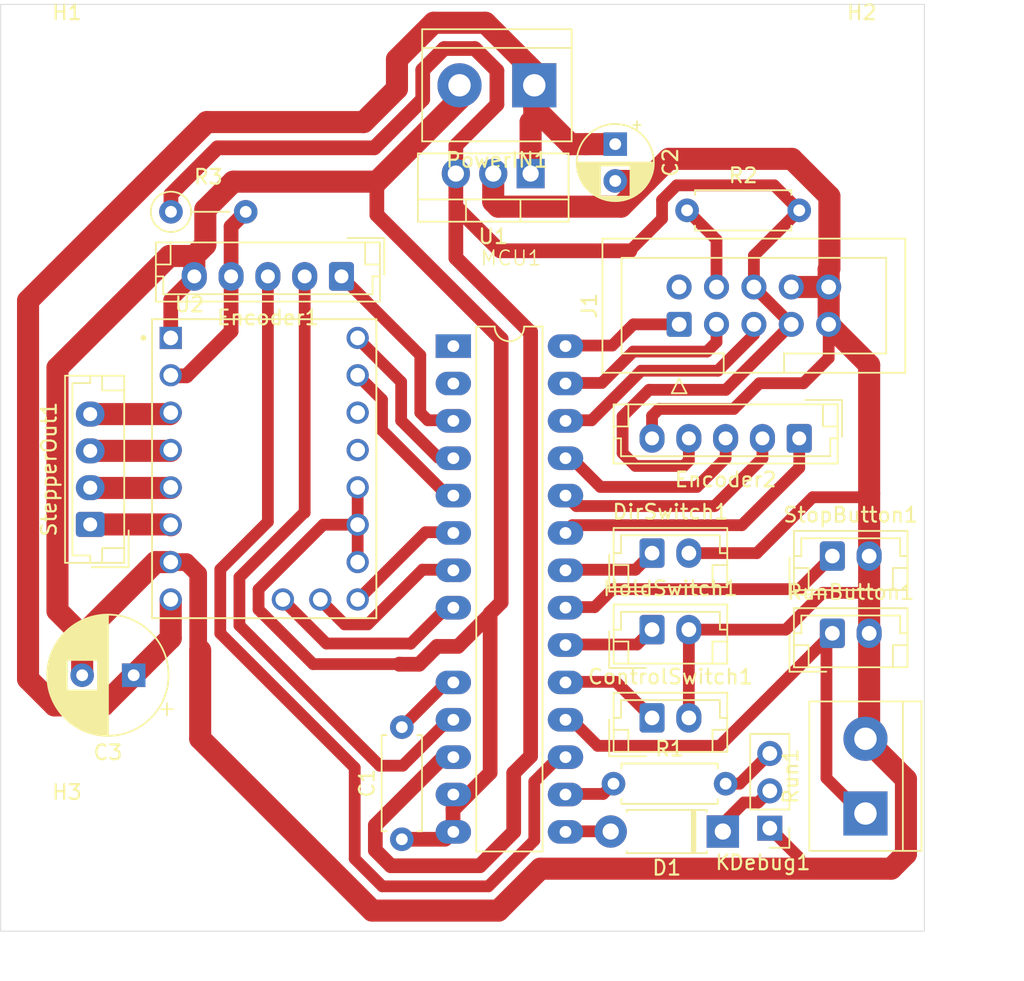
<source format=kicad_pcb>
(kicad_pcb (version 20240108) (generator "pcbnew") (generator_version "8.0")
  (layers (0 "F.Cu" signal) (31 "B.Cu" signal) (34 "B.Paste" user) (35 "F.Paste" user) (36 "B.SilkS" user "B.Silkscreen") (37 "F.SilkS" user "F.Silkscreen") (38 "B.Mask" user) (39 "F.Mask" user) (44 "Edge.Cuts" user))
  (net 0 "")
  (net 1 "GND")
  (net 2 "Net-(MCU1-UCap)")
  (net 3 "+24V")
  (net 4 "control-mode-switch")
  (net 5 "CW_CCW_Switch")
  (net 6 "/TX")
  (net 7 "Net-(D1-A)")
  (net 8 "/RX")
  (net 9 "Encoder_button1")
  (net 10 "Encoder_DT1")
  (net 11 "Encoder_CLK1")
  (net 12 "+5C")
  (net 13 "Encoder_button2")
  (net 14 "+5V")
  (net 15 "Encoder_DT2")
  (net 16 "Encoder_CLK2")
  (net 17 "HOLD_FREE_SWITCH")
  (net 18 "RS_CS")
  (net 19 "Net-(J1-Pin_4)")
  (net 20 "E_SCLK")
  (net 22 "RW_SID")
  (net 23 "Net-(MCU1-D+{slash}TxD{slash}P3.1)")
  (net 24 "Run_Button")
  (net 25 "INDEX")
  (net 26 "STOP_Button")
  (net 27 "STEP")
  (net 29 "EN")
  (net 30 "DIAG")
  (net 31 "DIR")
  (net 32 "Net-(StepperOut1-Pin_4)")
  (net 33 "Net-(StepperOut1-Pin_3)")
  (net 34 "Net-(StepperOut1-Pin_1)")
  (net 35 "Net-(StepperOut1-Pin_2)")
  (footprint "Diode_THT:D_DO-41_SOD81_P7.62mm_Horizontal" (layer "F.Cu") (at 141.56 112.475 180)
    (property "Reference" "D1" (at 3.81 -2.47 0) (layer "F.SilkS"))
    (property "Value" "1N5817")
    (fp_text user "K" (at 0 -2.1 0) (layer "F.SilkS"))
    (pad "1" thru_hole rect (at 0 0 180) (size 2.2 2.2) (drill 1.1) (layers "*.Cu" "*.Mask") (net 6 "/TX"))
    (pad "2" thru_hole oval (at 7.62 0 180) (size 2.2 2.2) (drill 1.1) (layers "*.Cu" "*.Mask") (net 7 "Net-(D1-A)"))
  )
  (footprint "Connector_JST:JST_EH_B2B-EH-A_1x02_P2.50mm_Vertical" (layer "F.Cu") (at 149 93.75)
    (property "Reference" "StopButton1" (at 1.25 -2.8 0) (layer "F.SilkS"))
    (property "Value" "JST2P")
    (pad "1" thru_hole roundrect (at 0 0) (size 1.7 2) (drill 1) (layers "*.Cu" "*.Mask") (roundrect_rratio 0.147059) (net 26 "STOP_Button"))
    (pad "2" thru_hole oval (at 2.5 0) (size 1.7 2) (drill 1) (layers "*.Cu" "*.Mask") (net 1 "GND"))
  )
  (footprint "Resistor_THT:R_Axial_DIN0207_L6.3mm_D2.5mm_P7.62mm_Horizontal" (layer "F.Cu") (at 119.75 113 90)
    (property "Reference" "C1" (at 3.81 -2.37 90) (layer "F.SilkS"))
    (property "Value" "10nf")
    (pad "1" thru_hole circle (at 0 0 90) (size 1.6 1.6) (drill 0.8) (layers "*.Cu" "*.Mask") (net 1 "GND"))
    (pad "2" thru_hole oval (at 7.62 0 90) (size 1.6 1.6) (drill 0.8) (layers "*.Cu" "*.Mask") (net 2 "Net-(MCU1-UCap)"))
  )
  (footprint "Package_TO_SOT_THT:TO-220-3_Vertical" (layer "F.Cu") (at 128.5 67.75 180)
    (property "Reference" "U1" (at 2.54 -4.27 360) (layer "F.SilkS"))
    (property "Value" "L7805")
    (pad "1" thru_hole rect (at 0 0 180) (size 1.905 2) (drill 1.1) (layers "*.Cu" "*.Mask") (net 3 "+24V"))
    (pad "2" thru_hole oval (at 2.54 0 180) (size 1.905 2) (drill 1.1) (layers "*.Cu" "*.Mask") (net 1 "GND"))
    (pad "3" thru_hole oval (at 5.08 0 180) (size 1.905 2) (drill 1.1) (layers "*.Cu" "*.Mask") (net 14 "+5V"))
  )
  (footprint "MountingHole:MountingHole_3.2mm_M3" (layer "F.Cu") (at 97 114)
    (property "Reference" "H3" (at 0 -4.2 0) (layer "F.SilkS"))
    (property "Value" "3.3mm")
    (pad "" np_thru_hole circle (at 0 0) (size 3.2 3.2) (drill 3.2) (layers "*.Cu" "*.Mask"))
  )
  (footprint "Connector_PinHeader_2.54mm:PinHeader_1x03_P2.54mm_Vertical" (layer "F.Cu") (at 144.75 112.25 180)
    (property "Reference" "Debug1" (at 0 -2.33 0) (layer "F.SilkS"))
    (property "Value" "Pin_01x03")
    (pad "1" thru_hole rect (at 0 0 180) (size 1.7 1.7) (drill 1) (layers "*.Cu" "*.Mask") (net 1 "GND"))
    (pad "2" thru_hole oval (at 0 2.54 180) (size 1.7 1.7) (drill 1) (layers "*.Cu" "*.Mask") (net 6 "/TX"))
    (pad "3" thru_hole oval (at 0 5.08 180) (size 1.7 1.7) (drill 1) (layers "*.Cu" "*.Mask") (net 8 "/RX"))
  )
  (footprint "MountingHole:MountingHole_3.2mm_M3" (layer "F.Cu") (at 97 61)
    (property "Reference" "H1" (at 0 -4.2 0) (layer "F.SilkS"))
    (property "Value" "3.3mm")
    (pad "" np_thru_hole circle (at 0 0) (size 3.2 3.2) (drill 3.2) (layers "*.Cu" "*.Mask"))
  )
  (footprint "Connector_JST:JST_EH_B5B-EH-A_1x05_P2.50mm_Vertical" (layer "F.Cu") (at 146.75 85.75 180)
    (property "Reference" "Encoder2" (at 5 -2.8 0) (layer "F.SilkS"))
    (property "Value" "JST5P")
    (pad "1" thru_hole roundrect (at 0 0 180) (size 1.7 1.95) (drill 0.95) (layers "*.Cu" "*.Mask") (roundrect_rratio 0.147059) (net 16 "Encoder_CLK2"))
    (pad "2" thru_hole oval (at 2.5 0 180) (size 1.7 1.95) (drill 0.95) (layers "*.Cu" "*.Mask") (net 15 "Encoder_DT2"))
    (pad "3" thru_hole oval (at 5 0 180) (size 1.7 1.95) (drill 0.95) (layers "*.Cu" "*.Mask") (net 13 "Encoder_button2"))
    (pad "4" thru_hole oval (at 7.5 0 180) (size 1.7 1.95) (drill 0.95) (layers "*.Cu" "*.Mask") (net 14 "+5V"))
    (pad "5" thru_hole oval (at 10 0 180) (size 1.7 1.95) (drill 0.95) (layers "*.Cu" "*.Mask") (net 1 "GND"))
  )
  (footprint "Connector_JST:JST_EH_B2B-EH-A_1x02_P2.50mm_Vertical" (layer "F.Cu") (at 149 99)
    (property "Reference" "RunButton1" (at 1.25 -2.8 0) (layer "F.SilkS"))
    (property "Value" "JST2P")
    (pad "1" thru_hole roundrect (at 0 0) (size 1.7 2) (drill 1) (layers "*.Cu" "*.Mask") (roundrect_rratio 0.147059) (net 24 "Run_Button"))
    (pad "2" thru_hole oval (at 2.5 0) (size 1.7 2) (drill 1) (layers "*.Cu" "*.Mask") (net 1 "GND"))
  )
  (footprint "Capacitor_THT:CP_Radial_D5.0mm_P2.50mm" (layer "F.Cu") (at 134.25 65.75 -90)
    (property "Reference" "C2" (at 1.25 -3.75 90) (layer "F.SilkS"))
    (property "Value" "10uf")
    (pad "1" thru_hole rect (at 0 0 270) (size 1.6 1.6) (drill 0.8) (layers "*.Cu" "*.Mask") (net 3 "+24V"))
    (pad "2" thru_hole circle (at 2.5 0 270) (size 1.6 1.6) (drill 0.8) (layers "*.Cu" "*.Mask") (net 1 "GND"))
  )
  (footprint "Capacitor_THT:CP_Radial_D8.0mm_P3.50mm" (layer "F.Cu") (at 101.532651 101.85 180)
    (property "Reference" "C3" (at 1.75 -5.25 0) (layer "F.SilkS"))
    (property "Value" "470uf")
    (pad "1" thru_hole rect (at 0 0 180) (size 1.6 1.6) (drill 0.8) (layers "*.Cu" "*.Mask") (net 3 "+24V"))
    (pad "2" thru_hole circle (at 3.5 0 180) (size 1.6 1.6) (drill 0.8) (layers "*.Cu" "*.Mask") (net 1 "GND"))
  )
  (footprint "Connector_JST:JST_EH_B2B-EH-A_1x02_P2.50mm_Vertical" (layer "F.Cu") (at 136.75 104.75)
    (property "Reference" "ControlSwitch1" (at 1.25 -2.8 0) (layer "F.SilkS"))
    (property "Value" "JST2P")
    (pad "1" thru_hole roundrect (at 0 0) (size 1.7 2) (drill 1) (layers "*.Cu" "*.Mask") (roundrect_rratio 0.147059) (net 4 "control-mode-switch"))
    (pad "2" thru_hole oval (at 2.5 0) (size 1.7 2) (drill 1) (layers "*.Cu" "*.Mask") (net 1 "GND"))
  )
  (footprint "Resistor_THT:R_Axial_DIN0207_L6.3mm_D2.5mm_P7.62mm_Horizontal" (layer "F.Cu") (at 139.13 70.25)
    (property "Reference" "R2" (at 3.81 -2.37 0) (layer "F.SilkS"))
    (property "Value" "220")
    (pad "1" thru_hole circle (at 0 0) (size 1.6 1.6) (drill 0.8) (layers "*.Cu" "*.Mask") (net 19 "Net-(J1-Pin_4)"))
    (pad "2" thru_hole oval (at 7.62 0) (size 1.6 1.6) (drill 0.8) (layers "*.Cu" "*.Mask") (net 14 "+5V"))
  )
  (footprint "Resistor_THT:R_Axial_DIN0207_L6.3mm_D2.5mm_P5.08mm_Vertical" (layer "F.Cu") (at 104.065 70.35)
    (property "Reference" "R3" (at 2.54 -2.37 0) (layer "F.SilkS"))
    (property "Value" "Bridge")
    (pad "1" thru_hole circle (at 0 0) (size 1.6 1.6) (drill 0.8) (layers "*.Cu" "*.Mask") (net 14 "+5V"))
    (pad "2" thru_hole oval (at 5.08 0) (size 1.6 1.6) (drill 0.8) (layers "*.Cu" "*.Mask") (net 12 "+5C"))
  )
  (footprint "Connector_JST:JST_EH_B4B-EH-A_1x04_P2.50mm_Vertical" (layer "F.Cu") (at 98.58 91.6 90)
    (property "Reference" "StepperOut1" (at 3.75 -2.8 90) (layer "F.SilkS"))
    (property "Value" "JST4P")
    (pad "1" thru_hole roundrect (at 0 0 90) (size 1.7 1.95) (drill 0.95) (layers "*.Cu" "*.Mask") (roundrect_rratio 0.147059) (net 34 "Net-(StepperOut1-Pin_1)"))
    (pad "2" thru_hole oval (at 2.5 0 90) (size 1.7 1.95) (drill 0.95) (layers "*.Cu" "*.Mask") (net 35 "Net-(StepperOut1-Pin_2)"))
    (pad "3" thru_hole oval (at 5 0 90) (size 1.7 1.95) (drill 0.95) (layers "*.Cu" "*.Mask") (net 33 "Net-(StepperOut1-Pin_3)"))
    (pad "4" thru_hole oval (at 7.5 0 90) (size 1.7 1.95) (drill 0.95) (layers "*.Cu" "*.Mask") (net 32 "Net-(StepperOut1-Pin_4)"))
  )
  (footprint "Connector_IDC:IDC-Header_2x05_P2.54mm_Vertical" (layer "F.Cu") (at 138.59 78 90)
    (property "Reference" "J1" (at 1.27 -6.1 90) (layer "F.SilkS"))
    (property "Value" "Conn_02x05_Odd_Even")
    (pad "1" thru_hole roundrect (at 0 0 90) (size 1.7 1.7) (drill 1) (layers "*.Cu" "*.Mask") (roundrect_rratio 0.147059) (net 20 "E_SCLK"))
    (pad "2" thru_hole circle (at 2.54 0 90) (size 1.7 1.7) (drill 1) (layers "*.Cu" "*.Mask"))
    (pad "3" thru_hole circle (at 0 2.54 90) (size 1.7 1.7) (drill 1) (layers "*.Cu" "*.Mask") (net 22 "RW_SID"))
    (pad "4" thru_hole circle (at 2.54 2.54 90) (size 1.7 1.7) (drill 1) (layers "*.Cu" "*.Mask") (net 19 "Net-(J1-Pin_4)"))
    (pad "5" thru_hole circle (at 0 5.08 90) (size 1.7 1.7) (drill 1) (layers "*.Cu" "*.Mask") (net 18 "RS_CS"))
    (pad "6" thru_hole circle (at 2.54 5.08 90) (size 1.7 1.7) (drill 1) (layers "*.Cu" "*.Mask") (net 14 "+5V"))
    (pad "7" thru_hole circle (at 0 7.62 90) (size 1.7 1.7) (drill 1) (layers "*.Cu" "*.Mask") (net 14 "+5V"))
    (pad "8" thru_hole circle (at 2.54 7.62 90) (size 1.7 1.7) (drill 1) (layers "*.Cu" "*.Mask") (net 1 "GND"))
    (pad "9" thru_hole circle (at 0 10.16 90) (size 1.7 1.7) (drill 1) (layers "*.Cu" "*.Mask") (net 1 "GND"))
    (pad "10" thru_hole circle (at 2.54 10.16 90) (size 1.7 1.7) (drill 1) (layers "*.Cu" "*.Mask") (net 1 "GND"))
  )
  (footprint "Resistor_THT:R_Axial_DIN0207_L6.3mm_D2.5mm_P7.62mm_Horizontal" (layer "F.Cu") (at 134.13 109.225)
    (property "Reference" "R1" (at 3.81 -2.37 0) (layer "F.SilkS"))
    (property "Value" "100")
    (pad "1" thru_hole circle (at 0 0) (size 1.6 1.6) (drill 0.8) (layers "*.Cu" "*.Mask") (net 23 "Net-(MCU1-D+{slash}TxD{slash}P3.1)"))
    (pad "2" thru_hole oval (at 7.62 0) (size 1.6 1.6) (drill 0.8) (layers "*.Cu" "*.Mask") (net 8 "/RX"))
  )
  (footprint "STC8H8K64U_SKDIP28:SKDIP28" (layer "F.Cu") (at 127.06 95.99)
    (property "Reference" "MCU1" (at 0.1 -22.5 0) (layer "F.SilkS") (effects (font (thickness 0.1))))
    (property "Value" "STC8H8K64U_SKDIP28")
    (pad "1" thru_hole rect (at -3.81 -16.51) (size 2.4 1.6) (drill 0.8) (layers "*.Cu" "*.Mask"))
    (pad "2" thru_hole oval (at -3.81 -13.97) (size 2.4 1.6) (drill 0.8) (layers "*.Cu" "*.Mask"))
    (pad "3" thru_hole oval (at -3.81 -11.43) (size 2.4 1.6) (drill 0.8) (layers "*.Cu" "*.Mask") (net 11 "Encoder_CLK1"))
    (pad "4" thru_hole oval (at -3.81 -8.89) (size 2.4 1.6) (drill 0.8) (layers "*.Cu" "*.Mask") (net 31 "DIR"))
    (pad "5" thru_hole oval (at -3.81 -6.35) (size 2.4 1.6) (drill 0.8) (layers "*.Cu" "*.Mask") (net 27 "STEP"))
    (pad "6" thru_hole oval (at -3.81 -3.81) (size 2.4 1.6) (drill 0.8) (layers "*.Cu" "*.Mask") (net 29 "EN"))
    (pad "7" thru_hole oval (at -3.81 -1.27) (size 2.4 1.6) (drill 0.8) (layers "*.Cu" "*.Mask") (net 30 "DIAG"))
    (pad "8" thru_hole oval (at -3.81 1.27) (size 2.4 1.6) (drill 0.8) (layers "*.Cu" "*.Mask") (net 25 "INDEX"))
    (pad "10" thru_hole oval (at -3.81 6.35) (size 2.4 1.6) (drill 0.8) (layers "*.Cu" "*.Mask") (net 2 "Net-(MCU1-UCap)"))
    (pad "11" thru_hole oval (at -3.81 8.89) (size 2.4 1.6) (drill 0.8) (layers "*.Cu" "*.Mask") (net 10 "Encoder_DT1"))
    (pad "12" thru_hole oval (at -3.81 11.43) (size 2.4 1.6) (drill 0.8) (layers "*.Cu" "*.Mask") (net 14 "+5V"))
    (pad "13" thru_hole oval (at -3.81 13.97) (size 2.4 1.6) (drill 0.8) (layers "*.Cu" "*.Mask") (net 1 "GND"))
    (pad "14" thru_hole oval (at -3.81 16.51) (size 2.4 1.6) (drill 0.8) (layers "*.Cu" "*.Mask") (net 1 "GND"))
    (pad "15" thru_hole oval (at 3.81 16.51) (size 2.4 1.6) (drill 0.8) (layers "*.Cu" "*.Mask") (net 7 "Net-(D1-A)"))
    (pad "16" thru_hole oval (at 3.81 13.97) (size 2.4 1.6) (drill 0.8) (layers "*.Cu" "*.Mask") (net 23 "Net-(MCU1-D+{slash}TxD{slash}P3.1)"))
    (pad "17" thru_hole oval (at 3.81 11.43) (size 2.4 1.6) (drill 0.8) (layers "*.Cu" "*.Mask") (net 9 "Encoder_button1"))
    (pad "18" thru_hole oval (at 3.81 8.89) (size 2.4 1.6) (drill 0.8) (layers "*.Cu" "*.Mask") (net 24 "Run_Button"))
    (pad "19" thru_hole oval (at 3.81 6.35) (size 2.4 1.6) (drill 0.8) (layers "*.Cu" "*.Mask") (net 4 "control-mode-switch"))
    (pad "20" thru_hole oval (at 3.81 3.81) (size 2.4 1.6) (drill 0.8) (layers "*.Cu" "*.Mask") (net 17 "HOLD_FREE_SWITCH"))
    (pad "21" thru_hole oval (at 3.81 1.27) (size 2.4 1.6) (drill 0.8) (layers "*.Cu" "*.Mask") (net 26 "STOP_Button"))
    (pad "22" thru_hole oval (at 3.81 -1.27) (size 2.4 1.6) (drill 0.8) (layers "*.Cu" "*.Mask") (net 5 "CW_CCW_Switch"))
    (pad "23" thru_hole oval (at 3.81 -3.81) (size 2.4 1.6) (drill 0.8) (layers "*.Cu" "*.Mask") (net 16 "Encoder_CLK2"))
    (pad "24" thru_hole oval (at 3.81 -6.35) (size 2.4 1.6) (drill 0.8) (layers "*.Cu" "*.Mask") (net 15 "Encoder_DT2"))
    (pad "25" thru_hole oval (at 3.81 -8.89) (size 2.4 1.6) (drill 0.8) (layers "*.Cu" "*.Mask") (net 13 "Encoder_button2"))
    (pad "26" thru_hole oval (at 3.81 -11.43) (size 2.4 1.6) (drill 0.8) (layers "*.Cu" "*.Mask") (net 18 "RS_CS"))
    (pad "27" thru_hole oval (at 3.81 -13.97) (size 2.4 1.6) (drill 0.8) (layers "*.Cu" "*.Mask") (net 22 "RW_SID"))
    (pad "28" thru_hole oval (at 3.81 -16.51) (size 2.4 1.6) (drill 0.8) (layers "*.Cu" "*.Mask") (net 20 "E_SCLK"))
  )
  (footprint "TerminalBlock:TerminalBlock_bornier-2_P5.08mm" (layer "F.Cu") (at 128.75 61.75 180)
    (property "Reference" "PowerIN1" (at 2.54 -5.08 0) (layer "F.SilkS"))
    (property "Value" "Terminal")
    (pad "1" thru_hole rect (at 0 0 180) (size 3 3) (drill 1.52) (layers "*.Cu" "*.Mask") (net 3 "+24V"))
    (pad "2" thru_hole circle (at 5.08 0 180) (size 3 3) (drill 1.52) (layers "*.Cu" "*.Mask") (net 1 "GND"))
  )
  (footprint "MountingHole:MountingHole_3.2mm_M3" (layer "F.Cu") (at 151 61)
    (property "Reference" "H2" (at 0 -4.2 0) (layer "F.SilkS"))
    (property "Value" "3.3mm")
    (pad "" np_thru_hole circle (at 0 0) (size 3.2 3.2) (drill 3.2) (layers "*.Cu" "*.Mask"))
  )
  (footprint "Connector_JST:JST_EH_B2B-EH-A_1x02_P2.50mm_Vertical" (layer "F.Cu") (at 136.75 98.75)
    (property "Reference" "HoldSwitch1" (at 1.25 -2.8 0) (layer "F.SilkS"))
    (property "Value" "JST2P")
    (pad "1" thru_hole roundrect (at 0 0) (size 1.7 2) (drill 1) (layers "*.Cu" "*.Mask") (roundrect_rratio 0.147059) (net 17 "HOLD_FREE_SWITCH"))
    (pad "2" thru_hole oval (at 2.5 0) (size 1.7 2) (drill 1) (layers "*.Cu" "*.Mask") (net 1 "GND"))
  )
  (footprint "Connector_JST:JST_EH_B2B-EH-A_1x02_P2.50mm_Vertical" (layer "F.Cu") (at 136.75 93.55)
    (property "Reference" "DirSwitch1" (at 1.25 -2.8 0) (layer "F.SilkS"))
    (property "Value" "JST2P")
    (pad "1" thru_hole roundrect (at 0 0) (size 1.7 2) (drill 1) (layers "*.Cu" "*.Mask") (roundrect_rratio 0.147059) (net 5 "CW_CCW_Switch"))
    (pad "2" thru_hole oval (at 2.5 0) (size 1.7 2) (drill 1) (layers "*.Cu" "*.Mask") (net 1 "GND"))
  )
  (footprint "TMC:MODULE_TMC2209_SILENTSTEPSTICK" (layer "F.Cu") (at 110.4 87.81)
    (property "Reference" "U2" (at -5.075 -11.155 0) (layer "F.SilkS"))
    (property "Value" "TMC2209_SILENTSTEPSTICK")
    (pad "1" thru_hole rect (at -6.35 -8.89) (size 1.508 1.508) (drill 1) (layers "*.Cu" "*.Mask") (net 1 "GND"))
    (pad "2" thru_hole circle (at -6.35 -6.35) (size 1.508 1.508) (drill 1) (layers "*.Cu" "*.Mask") (net 12 "+5C"))
    (pad "3" thru_hole circle (at -6.35 -3.81) (size 1.508 1.508) (drill 1) (layers "*.Cu" "*.Mask") (net 32 "Net-(StepperOut1-Pin_4)"))
    (pad "4" thru_hole circle (at -6.35 -1.27) (size 1.508 1.508) (drill 1) (layers "*.Cu" "*.Mask") (net 33 "Net-(StepperOut1-Pin_3)"))
    (pad "5" thru_hole circle (at -6.35 1.27) (size 1.508 1.508) (drill 1) (layers "*.Cu" "*.Mask") (net 35 "Net-(StepperOut1-Pin_2)"))
    (pad "6" thru_hole circle (at -6.35 3.81) (size 1.508 1.508) (drill 1) (layers "*.Cu" "*.Mask") (net 34 "Net-(StepperOut1-Pin_1)"))
    (pad "7" thru_hole circle (at -6.35 6.35) (size 1.508 1.508) (drill 1) (layers "*.Cu" "*.Mask") (net 1 "GND"))
    (pad "8" thru_hole circle (at -6.35 8.89) (size 1.508 1.508) (drill 1) (layers "*.Cu" "*.Mask") (net 3 "+24V"))
    (pad "9" thru_hole circle (at 6.35 -8.89) (size 1.508 1.508) (drill 1) (layers "*.Cu" "*.Mask") (net 31 "DIR"))
    (pad "10" thru_hole circle (at 6.35 -6.35) (size 1.508 1.508) (drill 1) (layers "*.Cu" "*.Mask") (net 27 "STEP"))
    (pad "11" thru_hole circle (at 6.35 -3.81) (size 1.508 1.508) (drill 1) (layers "*.Cu" "*.Mask"))
    (pad "12" thru_hole circle (at 6.35 -1.27) (size 1.508 1.508) (drill 1) (layers "*.Cu" "*.Mask"))
    (pad "13" thru_hole circle (at 6.35 1.27) (size 1.508 1.508) (drill 1) (layers "*.Cu" "*.Mask") (net 1 "GND"))
    (pad "14" thru_hole circle (at 6.35 3.81) (size 1.508 1.508) (drill 1) (layers "*.Cu" "*.Mask") (net 1 "GND"))
    (pad "15" thru_hole circle (at 6.35 6.35) (size 1.508 1.508) (drill 1) (layers "*.Cu" "*.Mask") (net 1 "GND"))
    (pad "16" thru_hole circle (at 6.35 8.89) (size 1.508 1.508) (drill 1) (layers "*.Cu" "*.Mask") (net 29 "EN"))
    (pad "17" thru_hole circle (at 1.27 8.89) (size 1.508 1.508) (drill 1) (layers "*.Cu" "*.Mask") (net 25 "INDEX"))
    (pad "18" thru_hole circle (at 3.81 8.89) (size 1.508 1.508) (drill 1) (layers "*.Cu" "*.Mask") (net 30 "DIAG"))
  )
  (footprint "Connector_JST:JST_EH_B5B-EH-A_1x05_P2.50mm_Vertical" (layer "F.Cu") (at 115.65 74.74 180)
    (property "Reference" "Encoder1" (at 5 -2.8 0) (layer "F.SilkS"))
    (property "Value" "JST5P")
    (pad "1" thru_hole roundrect (at 0 0 180) (size 1.7 1.95) (drill 0.95) (layers "*.Cu" "*.Mask") (roundrect_rratio 0.147059) (net 11 "Encoder_CLK1"))
    (pad "2" thru_hole oval (at 2.5 0 180) (size 1.7 1.95) (drill 0.95) (layers "*.Cu" "*.Mask") (net 10 "Encoder_DT1"))
    (pad "3" thru_hole oval (at 5 0 180) (size 1.7 1.95) (drill 0.95) (layers "*.Cu" "*.Mask") (net 9 "Encoder_button1"))
    (pad "4" thru_hole oval (at 7.5 0 180) (size 1.7 1.95) (drill 0.95) (layers "*.Cu" "*.Mask") (net 12 "+5C"))
    (pad "5" thru_hole oval (at 10 0 180) (size 1.7 1.95) (drill 0.95) (layers "*.Cu" "*.Mask") (net 1 "GND"))
  )
  (footprint "TerminalBlock:TerminalBlock_bornier-2_P5.08mm" (layer "F.Cu") (at 151.25 111.25 90)
    (property "Reference" "Run1" (at 2.54 -5.08 90) (layer "F.SilkS"))
    (property "Value" "Terminal")
    (pad "1" thru_hole rect (at 0 0 90) (size 3 3) (drill 1.52) (layers "*.Cu" "*.Mask") (net 24 "Run_Button"))
    (pad "2" thru_hole circle (at 5.08 0 90) (size 3 3) (drill 1.52) (layers "*.Cu" "*.Mask") (net 1 "GND"))
  )
  (gr_rect (start 92.5 56.25) (end 155.25 119.25) (stroke (width 0.05)) (fill none) (layer "Edge.Cuts"))
  (segment (start 144.048478 82) (end 147.04 82) (width 0.8) (layer "F.Cu") (net 1))
  (segment (start 126.2975 70) (end 125.96 69.6625) (width 1.5) (layer "F.Cu") (net 1))
  (segment (start 121.529899 100.5) (end 121.529899 100.499999) (width 1) (layer "F.Cu") (net 1))
  (segment (start 104.05 78.96) (end 104.05 76.34) (width 1) (layer "F.Cu") (net 1))
  (segment (start 148.8 74.2) (end 148.8 69.3) (width 1.5) (layer "F.Cu") (net 1))
  (segment (start 110.016 97.38511) (end 113.72489 101.094) (width 0.8) (layer "F.Cu") (net 1))
  (segment (start 105.916 100.027079) (end 106.05 100.161079) (width 1.2) (layer "F.Cu") (net 1))
  (segment (start 154 114) (end 153 115) (width 1.5) (layer "F.Cu") (net 1))
  (segment (start 151.5 80.75) (end 148.75 78) (width 1.5) (layer "F.Cu") (net 1))
  (segment (start 151.5 105.67) (end 151 106.17) (width 0.8) (layer "F.Cu") (net 1))
  (segment (start 103.023683 94.16) (end 104.05 94.16) (width 1.5) (layer "F.Cu") (net 1))
  (segment (start 123.23 112.46) (end 123.23 111) (width 1) (layer "F.Cu") (net 1))
  (segment (start 148.75 75.46) (end 148.75 74.25) (width 1.5) (layer "F.Cu") (net 1))
  (segment (start 134.642384 70) (end 126.2975 70) (width 1.5) (layer "F.Cu") (net 1))
  (segment (start 125.75 97.645584) (end 126.5 96.895584) (width 1) (layer "F.Cu") (net 1))
  (segment (start 151.5 93.75) (end 151.5 96.25) (width 1.5) (layer "F.Cu") (net 1))
  (segment (start 105.65 73.35) (end 103.964138 73.35) (width 1.5) (layer "F.Cu") (net 1))
  (segment (start 117.741064 117.85) (end 106.05 106.158936) (width 1.5) (layer "F.Cu") (net 1))
  (segment (start 126.5 79) (end 118.053554 70.553554) (width 1) (layer "F.Cu") (net 1))
  (segment (start 106.05 106.158936) (end 106.05 100.161079) (width 1.5) (layer "F.Cu") (net 1))
  (segment (start 105.116317 94.16) (end 105.916 94.959683) (width 1.2) (layer "F.Cu") (net 1))
  (segment (start 98.032651 99.151032) (end 98.032651 101.85) (width 1.5) (layer "F.Cu") (net 1))
  (segment (start 116.75 89.08) (end 116.75 94.16) (width 0.8) (layer "F.Cu") (net 1))
  (segment (start 123.67 62.683554) (end 118.053554 68.3) (width 1.5) (layer "F.Cu") (net 1))
  (segment (start 136.392384 68.25) (end 134.25 68.25) (width 1.5) (layer "F.Cu") (net 1))
  (segment (start 110.016 96.01489) (end 110.016 97.38511) (width 0.8) (layer "F.Cu") (net 1))
  (segment (start 146.75 114.25) (end 146.25 114.75) (width 0.8) (layer "F.Cu") (net 1))
  (segment (start 98.032651 99.151032) (end 96.355 97.473381) (width 1.5) (layer "F.Cu") (net 1))
  (segment (start 96.355 97.473381) (end 96.355 80.959138) (width 1.5) (layer "F.Cu") (net 1))
  (segment (start 106.4 70.195862) (end 106.4 72.6) (width 1.5) (layer "F.Cu") (net 1))
  (segment (start 105.916 94.959683) (end 105.916 100.027079) (width 1.2) (layer "F.Cu") (net 1))
  (segment (start 151.5 96.25) (end 151.5 99) (width 1.5) (layer "F.Cu") (net 1))
  (segment (start 136.75 84.225) (end 137.225 83.75) (width 0.8) (layer "F.Cu") (net 1))
  (segment (start 139.25 93.55) (end 143.869239 93.55) (width 0.8) (layer "F.Cu") (net 1))
  (segment (start 151.25 89.75) (end 151.5 89.5) (width 0.8) (layer "F.Cu") (net 1))
  (segment (start 104.05 94.16) (end 105.116317 94.16) (width 1.2) (layer "F.Cu") (net 1))
  (segment (start 148.75 74.25) (end 148.8 74.2) (width 1.5) (layer "F.Cu") (net 1))
  (segment (start 123.23 111) (end 123.23 109.92) (width 1) (layer "F.Cu") (net 1))
  (segment (start 105.65 73.35) (end 105.65 74.74) (width 1.5) (layer "F.Cu") (net 1))
  (segment (start 148.75 78) (end 148.75 75.46) (width 1.5) (layer "F.Cu") (net 1))
  (segment (start 151.5 105.92) (end 151.25 106.17) (width 1.5) (layer "F.Cu") (net 1))
  (segment (start 122.139949 99.889949) (end 123.565635 99.889949) (width 1) (layer "F.Cu") (net 1))
  (segment (start 148.8 69.3) (end 146.25 66.75) (width 1.5) (layer "F.Cu") (net 1))
  (segment (start 123.565635 99.889949) (end 125.75 97.705584) (width 1) (layer "F.Cu") (net 1))
  (segment (start 125.75 97.645584) (end 125.75 108.48) (width 1) (layer "F.Cu") (net 1))
  (segment (start 142.298478 83.75) (end 144.048478 82) (width 0.8) (layer "F.Cu") (net 1))
  (segment (start 119.75 113) (end 122.69 113) (width 1) (layer "F.Cu") (net 1))
  (segment (start 114.41089 91.62) (end 110.016 96.01489) (width 0.8) (layer "F.Cu") (net 1))
  (segment (start 137.225 83.75) (end 142.298478 83.75) (width 0.8) (layer "F.Cu") (net 1))
  (segment (start 103.964138 73.35) (end 96.355 80.959138) (width 1.5) (layer "F.Cu") (net 1))
  (segment (start 136.75 85.75) (end 136.75 84.225) (width 0.8) (layer "F.Cu") (net 1))
  (segment (start 137.892384 66.75) (end 136.392384 68.25) (width 1.5) (layer "F.Cu") (net 1))
  (segment (start 104.05 76.34) (end 105.65 74.74) (width 1) (layer "F.Cu") (net 1))
  (segment (start 151.25 106.17) (end 154 108.92) (width 1.5) (layer "F.Cu") (net 1))
  (segment (start 153 115) (end 129.163351 115) (width 1.5) (layer "F.Cu") (net 1))
  (segment (start 106.4 72.6) (end 105.65 73.35) (width 1.5) (layer "F.Cu") (net 1))
  (segment (start 147.669239 89.75) (end 151.25 89.75) (width 0.8) (layer "F.Cu") (net 1))
  (segment (start 113.72489 101.094) (end 119.575899 101.094) (width 0.8) (layer "F.Cu") (net 1))
  (segment (start 118.053554 68.3) (end 108.295862 68.3) (width 1.5) (layer "F.Cu") (net 1))
  (segment (start 98.032651 99.151032) (end 103.023683 94.16) (width 1.5) (layer "F.Cu") (net 1))
  (segment (start 148.75 75.46) (end 146.21 75.46) (width 1.5) (layer "F.Cu") (net 1))
  (segment (start 121.529899 100.499999) (end 122.139949 99.889949) (width 1) (layer "F.Cu") (net 1))
  (segment (start 148.75 80.29) (end 148.75 78) (width 0.8) (layer "F.Cu") (net 1))
  (segment (start 143.869239 93.55) (end 147.669239 89.75) (width 0.8) (layer "F.Cu") (net 1))
  (segment (start 139.25 98.75) (end 145.838478 98.75) (width 0.8) (layer "F.Cu") (net 1))
  (segment (start 126.5 96.895584) (end 126.5 79) (width 1) (layer "F.Cu") (net 1))
  (segment (start 148.338478 96.25) (end 151.5 96.25) (width 0.8) (layer "F.Cu") (net 1))
  (segment (start 154 108.92) (end 154 114) (width 1.5) (layer "F.Cu") (net 1))
  (segment (start 144.75 112.25) (end 146.75 114.25) (width 0.8) (layer "F.Cu") (net 1))
  (segment (start 119.585899 101.104) (end 120.925899 101.104) (width 1) (layer "F.Cu") (net 1))
  (segment (start 126.313351 117.85) (end 117.741064 117.85) (width 1.5) (layer "F.Cu") (net 1))
  (segment (start 125.75 97.705584) (end 125.75 97.645584) (width 1) (layer "F.Cu") (net 1))
  (segment (start 136.392384 68.25) (end 134.642384 70) (width 1.5) (layer "F.Cu") (net 1))
  (segment (start 151.5 99) (end 151.5 105.92) (width 1.5) (layer "F.Cu") (net 1))
  (segment (start 123.67 61.75) (end 123.67 62.683554) (width 1.5) (layer "F.Cu") (net 1))
  (segment (start 125.96 69.6625) (end 125.96 67.75) (width 1.5) (layer "F.Cu") (net 1))
  (segment (start 139.25 104.75) (end 139.25 98.75) (width 0.8) (layer "F.Cu") (net 1))
  (segment (start 151.5 93.75) (end 151.5 89.5) (width 1.5) (layer "F.Cu") (net 1))
  (segment (start 146.25 66.75) (end 137.892384 66.75) (width 1.5) (layer "F.Cu") (net 1))
  (segment (start 125.75 108.48) (end 123.23 111) (width 1) (layer "F.Cu") (net 1))
  (segment (start 147.04 82) (end 148.75 80.29) (width 0.8) (layer "F.Cu") (net 1))
  (segment (start 145.838478 98.75) (end 148.338478 96.25) (width 0.8) (layer "F.Cu") (net 1))
  (segment (start 108.295862 68.3) (end 106.4 70.195862) (width 1.5) (layer "F.Cu") (net 1))
  (segment (start 116.75 91.62) (end 114.41089 91.62) (width 0.8) (layer "F.Cu") (net 1))
  (segment (start 118.053554 70.553554) (end 118.053554 68.3) (width 1) (layer "F.Cu") (net 1))
  (segment (start 129.163351 115) (end 126.313351 117.85) (width 1.5) (layer "F.Cu") (net 1))
  (segment (start 151.5 89.5) (end 151.5 80.75) (width 1.5) (layer "F.Cu") (net 1))
  (segment (start 122.69 113) (end 123.23 112.46) (width 1) (layer "F.Cu") (net 1))
  (segment (start 120.925899 101.104) (end 121.529899 100.5) (width 1) (layer "F.Cu") (net 1))
  (segment (start 119.575899 101.094) (end 119.585899 101.104) (width 1) (layer "F.Cu") (net 1))
  (segment (start 122.83 102.3) (end 123.23 102.3) (width 0.8) (layer "F.Cu") (net 2))
  (segment (start 119.75 105.38) (end 122.83 102.3) (width 0.8) (layer "F.Cu") (net 2))
  (segment (start 121.909592 57.5) (end 119.42 59.989592) (width 1.5) (layer "F.Cu") (net 3))
  (segment (start 131.209138 65.75) (end 132.25 65.75) (width 1.5) (layer "F.Cu") (net 3))
  (segment (start 128.75 60.819592) (end 125.430408 57.5) (width 1.5) (layer "F.Cu") (net 3))
  (segment (start 104.05 99.332651) (end 101.532651 101.85) (width 1.5) (layer "F.Cu") (net 3))
  (segment (start 99.482651 103.9) (end 101.532651 101.85) (width 1.5) (layer "F.Cu") (net 3))
  (segment (start 128.75 63.290862) (end 128.75 64) (width 1.5) (layer "F.Cu") (net 3))
  (segment (start 132.25 65.75) (end 134.25 65.75) (width 1.5) (layer "F.Cu") (net 3))
  (segment (start 94.355 102.105) (end 96.15 103.9) (width 1.5) (layer "F.Cu") (net 3))
  (segment (start 104.05 96.74) (end 104.05 99.332651) (width 1.5) (layer "F.Cu") (net 3))
  (segment (start 94.355 76.395) (end 94.355 102.105) (width 1.5) (layer "F.Cu") (net 3))
  (segment (start 96.15 103.9) (end 99.482651 103.9) (width 1.5) (layer "F.Cu") (net 3))
  (segment (start 128.75 63.290862) (end 131.209138 65.75) (width 1.5) (layer "F.Cu") (net 3))
  (segment (start 128.5 64.25) (end 128.5 67.75) (width 1.5) (layer "F.Cu") (net 3))
  (segment (start 125.430408 57.5) (end 121.909592 57.5) (width 1.5) (layer "F.Cu") (net 3))
  (segment (start 117.153806 64.25) (end 106.5 64.25) (width 1.5) (layer "F.Cu") (net 3))
  (segment (start 128.75 61.75) (end 128.75 63.290862) (width 1.5) (layer "F.Cu") (net 3))
  (segment (start 128.75 61.75) (end 128.75 60.819592) (width 1.5) (layer "F.Cu") (net 3))
  (segment (start 106.5 64.25) (end 94.355 76.395) (width 1.5) (layer "F.Cu") (net 3))
  (segment (start 119.42 61.983806) (end 117.153806 64.25) (width 1.5) (layer "F.Cu") (net 3))
  (segment (start 119.42 59.989592) (end 119.42 61.983806) (width 1.5) (layer "F.Cu") (net 3))
  (segment (start 132 66) (end 132.25 65.75) (width 0.8) (layer "F.Cu") (net 3))
  (segment (start 128.75 64) (end 128.5 64.25) (width 1.5) (layer "F.Cu") (net 3))
  (segment (start 134.3 102.3) (end 136.75 104.75) (width 0.8) (layer "F.Cu") (net 4))
  (segment (start 130.85 102.3) (end 134.3 102.3) (width 0.8) (layer "F.Cu") (net 4))
  (segment (start 130.85 94.68) (end 135.62 94.68) (width 0.8) (layer "F.Cu") (net 5))
  (segment (start 135.62 94.68) (end 136.75 93.55) (width 0.8) (layer "F.Cu") (net 5))
  (segment (start 141.56 112.475) (end 141.56 111.94) (width 0.8) (layer "F.Cu") (net 6))
  (segment (start 143 110.5) (end 143.96 110.5) (width 0.8) (layer "F.Cu") (net 6))
  (segment (start 143.96 110.5) (end 144.75 109.71) (width 0.8) (layer "F.Cu") (net 6))
  (segment (start 141.56 111.94) (end 143 110.5) (width 0.8) (layer "F.Cu") (net 6))
  (segment (start 133.925 112.46) (end 133.94 112.475) (width 0.8) (layer "F.Cu") (net 7))
  (segment (start 130.85 112.46) (end 133.925 112.46) (width 0.8) (layer "F.Cu") (net 7))
  (segment (start 141.75 109.225) (end 142.695 109.225) (width 0.8) (layer "F.Cu") (net 8))
  (segment (start 142.695 109.225) (end 144.75 107.17) (width 0.8) (layer "F.Cu") (net 8))
  (segment (start 130.45 107.38) (end 128.75 109.08) (width 0.8) (layer "F.Cu") (net 9))
  (segment (start 110.65 91.421093) (end 110.65 74.74) (width 0.8) (layer "F.Cu") (net 9))
  (segment (start 128.75 113.079899) (end 125.629899 116.2) (width 0.8) (layer "F.Cu") (net 9))
  (segment (start 107.416 99.004478) (end 107.416 94.655093) (width 0.8) (layer "F.Cu") (net 9))
  (segment (start 128.75 109.08) (end 128.75 113.079899) (width 0.8) (layer "F.Cu") (net 9))
  (segment (start 107.416 94.655093) (end 110.65 91.421093) (width 0.8) (layer "F.Cu") (net 9))
  (segment (start 118.424516 116.2) (end 116.55 114.325484) (width 0.8) (layer "F.Cu") (net 9))
  (segment (start 116.55 114.325484) (end 116.55 108.138478) (width 0.8) (layer "F.Cu") (net 9))
  (segment (start 125.629899 116.2) (end 118.424516 116.2) (width 0.8) (layer "F.Cu") (net 9))
  (segment (start 116.55 108.138478) (end 107.416 99.004478) (width 0.8) (layer "F.Cu") (net 9))
  (segment (start 130.85 107.38) (end 130.45 107.38) (width 0.8) (layer "F.Cu") (net 9))
  (segment (start 113.11 90.799571) (end 108.716 95.193571) (width 0.8) (layer "F.Cu") (net 10))
  (segment (start 122.965837 104.84) (end 123.23 104.84) (width 0.8) (layer "F.Cu") (net 10))
  (segment (start 108.716 95.193571) (end 108.716 98.466) (width 0.8) (layer "F.Cu") (net 10))
  (segment (start 113.15 90.799571) (end 113.11 90.799571) (width 0.8) (layer "F.Cu") (net 10))
  (segment (start 108.716 98.466) (end 118.25 108) (width 0.8) (layer "F.Cu") (net 10))
  (segment (start 119.805837 108) (end 122.965837 104.84) (width 0.8) (layer "F.Cu") (net 10))
  (segment (start 118.25 108) (end 119.805837 108) (width 0.8) (layer "F.Cu") (net 10))
  (segment (start 113.15 74.74) (end 113.15 90.799571) (width 0.8) (layer "F.Cu") (net 10))
  (segment (start 123.23 84.52) (end 121.52 84.52) (width 0.8) (layer "F.Cu") (net 11))
  (segment (start 121.52 84.52) (end 121.004 84.004) (width 0.8) (layer "F.Cu") (net 11))
  (segment (start 123.23 84.52) (end 123.63 84.52) (width 0.8) (layer "F.Cu") (net 11))
  (segment (start 121.004 80.094) (end 115.65 74.74) (width 0.8) (layer "F.Cu") (net 11))
  (segment (start 121.004 84.004) (end 121.004 80.094) (width 0.8) (layer "F.Cu") (net 11))
  (segment (start 108.15 78.466317) (end 108.15 74.74) (width 1) (layer "F.Cu") (net 12))
  (segment (start 105.116317 81.5) (end 108.15 78.466317) (width 1) (layer "F.Cu") (net 12))
  (segment (start 104.05 81.5) (end 105.116317 81.5) (width 1) (layer "F.Cu") (net 12))
  (segment (start 109.145 70.35) (end 108.15 71.345) (width 1) (layer "F.Cu") (net 12))
  (segment (start 108.15 71.345) (end 108.15 74.74) (width 1) (layer "F.Cu") (net 12))
  (segment (start 130.85 87.06) (end 131.25 87.06) (width 0.8) (layer "F.Cu") (net 13))
  (segment (start 141.75 87.099874) (end 141.75 86) (width 0.8) (layer "F.Cu") (net 13))
  (segment (start 131.25 87.06) (end 133.24 89.05) (width 0.8) (layer "F.Cu") (net 13))
  (segment (start 139.799874 89.05) (end 141.75 87.099874) (width 0.8) (layer "F.Cu") (net 13))
  (segment (start 133.24 89.05) (end 139.799874 89.05) (width 0.8) (layer "F.Cu") (net 13))
  (segment (start 104.065 70.35) (end 104.065 69.159874) (width 1) (layer "F.Cu") (net 14))
  (segment (start 143.67 73.33) (end 146.75 70.25) (width 0.8) (layer "F.Cu") (net 14))
  (segment (start 141.76 82.45) (end 136.55 82.45) (width 0.8) (layer "F.Cu") (net 14))
  (segment (start 127.35 108.500102) (end 127.35 112.5) (width 1) (layer "F.Cu") (net 14))
  (segment (start 121.17 62.70868) (end 121.17 60.714466) (width 1) (layer "F.Cu") (net 14))
  (segment (start 143.67 75.46) (end 143.67 73.33) (width 0.8) (layer "F.Cu") (net 14))
  (segment (start 122.62 107.38) (end 123.23 107.38) (width 1) (layer "F.Cu") (net 14))
  (segment (start 138.425836 68.55) (end 137.43 69.545836) (width 0.8) (layer "F.Cu") (net 14))
  (segment (start 123.42 70) (end 126.42 73) (width 1) (layer "F.Cu") (net 14))
  (segment (start 126.42 73) (end 135.25 73) (width 1) (layer "F.Cu") (net 14))
  (segment (start 117.87868 66) (end 121.17 62.70868) (width 1) (layer "F.Cu") (net 14))
  (segment (start 122.634466 59.25) (end 124.705534 59.25) (width 1) (layer "F.Cu") (net 14))
  (segment (start 145.05 68.55) (end 138.425836 68.55) (width 0.8) (layer "F.Cu") (net 14))
  (segment (start 123.42 73.479899) (end 128.454516 78.514415) (width 1) (layer "F.Cu") (net 14))
  (segment (start 135.625 87.625) (end 138.9 87.625) (width 0.8) (layer "F.Cu") (net 14))
  (segment (start 134.75 86.75) (end 135.625 87.625) (width 0.8) (layer "F.Cu") (net 14))
  (segment (start 123.42 65.845) (end 123.42 67.75) (width 1) (layer "F.Cu") (net 14))
  (segment (start 126.21 60.754466) (end 126.21 63.055) (width 1) (layer "F.Cu") (net 14))
  (segment (start 146.21 78) (end 141.76 82.45) (width 0.8) (layer "F.Cu") (net 14))
  (segment (start 146.75 70.25) (end 145.05 68.55) (width 0.8) (layer "F.Cu") (net 14))
  (segment (start 136.55 82.45) (end 134.75 84.25) (width 0.8) (layer "F.Cu") (net 14))
  (segment (start 123.42 70) (end 123.42 73.479899) (width 1) (layer "F.Cu") (net 14))
  (segment (start 125.05 114.8) (end 119.004415 114.8) (width 1) (layer "F.Cu") (net 14))
  (segment (start 104.065 69.159874) (end 107.224874 66) (width 1) (layer "F.Cu") (net 14))
  (segment (start 128.5 107.350102) (end 127.35 108.500102) (width 1) (layer "F.Cu") (net 14))
  (segment (start 139.25 87.275) (end 139.25 85.75) (width 0.8) (layer "F.Cu") (net 14))
  (segment (start 138.9 87.625) (end 139.25 87.275) (width 0.8) (layer "F.Cu") (net 14))
  (segment (start 127.35 112.5) (end 125.05 114.8) (width 1) (layer "F.Cu") (net 14))
  (segment (start 117.95 112.05) (end 122.62 107.38) (width 1) (layer "F.Cu") (net 14))
  (segment (start 146.21 78) (end 143.67 75.46) (width 0.8) (layer "F.Cu") (net 14))
  (segment (start 117.95 113.745585) (end 117.95 112.05) (width 1) (layer "F.Cu") (net 14))
  (segment (start 128.5 78.514415) (end 128.5 107.350102) (width 1) (layer "F.Cu") (net 14))
  (segment (start 126.21 63.055) (end 123.42 65.845) (width 1) (layer "F.Cu") (net 14))
  (segment (start 124.705534 59.25) (end 126.21 60.754466) (width 1) (layer "F.Cu") (net 14))
  (segment (start 128.454516 78.514415) (end 128.5 78.514415) (width 1) (layer "F.Cu") (net 14))
  (segment (start 123.42 67.75) (end 123.42 70) (width 1) (layer "F.Cu") (net 14))
  (segment (start 119.004415 114.8) (end 117.95 113.745585) (width 1) (layer "F.Cu") (net 14))
  (segment (start 134.75 84.25) (end 134.75 86.75) (width 0.8) (layer "F.Cu") (net 14))
  (segment (start 137.43 69.545836) (end 137.43 70.82) (width 0.8) (layer "F.Cu") (net 14))
  (segment (start 107.224874 66) (end 117.87868 66) (width 1) (layer "F.Cu") (net 14))
  (segment (start 121.17 60.714466) (end 122.634466 59.25) (width 1) (layer "F.Cu") (net 14))
  (segment (start 137.43 70.82) (end 135.25 73) (width 0.8) (layer "F.Cu") (net 14))
  (segment (start 140.999874 90.35) (end 144.25 87.099874) (width 0.8) (layer "F.Cu") (net 15))
  (segment (start 131.6 90.35) (end 140.999874 90.35) (width 0.8) (layer "F.Cu") (net 15))
  (segment (start 130.85 89.6) (end 131.6 90.35) (width 0.8) (layer "F.Cu") (net 15))
  (segment (start 144.25 87.099874) (end 144.25 86) (width 0.8) (layer "F.Cu") (net 15))
  (segment (start 130.85 92.14) (end 131.34 91.65) (width 0.8) (layer "F.Cu") (net 16))
  (segment (start 142.85 91.65) (end 146.75 87.75) (width 0.8) (layer "F.Cu") (net 16))
  (segment (start 131.34 91.65) (end 142.85 91.65) (width 0.8) (layer "F.Cu") (net 16))
  (segment (start 146.75 87.75) (end 146.75 86) (width 0.8) (layer "F.Cu") (net 16))
  (segment (start 135.74 99.76) (end 136.75 98.75) (width 0.8) (layer "F.Cu") (net 17))
  (segment (start 130.85 99.76) (end 135.74 99.76) (width 0.8) (layer "F.Cu") (net 17))
  (segment (start 136.011522 81.15) (end 141.221522 81.15) (width 0.8) (layer "F.Cu") (net 18))
  (segment (start 143.67 78.701522) (end 143.67 78) (width 0.8) (layer "F.Cu") (net 18))
  (segment (start 141.221522 81.15) (end 143.67 78.701522) (width 0.8) (layer "F.Cu") (net 18))
  (segment (start 130.85 84.52) (end 132.641522 84.52) (width 0.8) (layer "F.Cu") (net 18))
  (segment (start 132.641522 84.52) (end 136.011522 81.15) (width 0.8) (layer "F.Cu") (net 18))
  (segment (start 141.13 75.46) (end 141.13 72.25) (width 0.8) (layer "F.Cu") (net 19))
  (segment (start 141.13 72.25) (end 139.13 70.25) (width 0.8) (layer "F.Cu") (net 19))
  (segment (start 141.13 75.46) (end 141.13 75.12) (width 0.8) (layer "F.Cu") (net 19))
  (segment (start 141.13 75.12) (end 141.25 75) (width 0.8) (layer "F.Cu") (net 19))
  (segment (start 134.044566 79.44) (end 135.484566 78) (width 0.8) (layer "F.Cu") (net 20))
  (segment (start 135.484566 78) (end 138.59 78) (width 0.8) (layer "F.Cu") (net 20))
  (segment (start 130.85 79.44) (end 134.044566 79.44) (width 0.8) (layer "F.Cu") (net 20))
  (segment (start 135.473044 79.85) (end 133.343044 81.98) (width 0.8) (layer "F.Cu") (net 22))
  (segment (start 133.343044 81.98) (end 130.85 81.98) (width 0.8) (layer "F.Cu") (net 22))
  (segment (start 140.482081 79.85) (end 135.473044 79.85) (width 0.8) (layer "F.Cu") (net 22))
  (segment (start 141.13 79.202081) (end 140.482081 79.85) (width 0.8) (layer "F.Cu") (net 22))
  (segment (start 130.85 81.98) (end 131.12 82.25) (width 0.8) (layer "F.Cu") (net 22))
  (segment (start 141.13 78) (end 141.13 79.202081) (width 0.8) (layer "F.Cu") (net 22))
  (segment (start 133.435 109.92) (end 134.13 109.225) (width 0.8) (layer "F.Cu") (net 23))
  (segment (start 130.85 109.92) (end 133.435 109.92) (width 0.8) (layer "F.Cu") (net 23))
  (segment (start 131.25 104.84) (end 133.06 106.65) (width 0.8) (layer "F.Cu") (net 24))
  (segment (start 151 111.25) (end 148.6 108.85) (width 0.8) (layer "F.Cu") (net 24))
  (segment (start 148.6 99.4) (end 149 99) (width 0.8) (layer "F.Cu") (net 24))
  (segment (start 130.85 104.84) (end 131.25 104.84) (width 0.8) (layer "F.Cu") (net 24))
  (segment (start 133.06 106.65) (end 141.35 106.65) (width 0.8) (layer "F.Cu") (net 24))
  (segment (start 148.6 108.85) (end 148.6 99.4) (width 0.8) (layer "F.Cu") (net 24))
  (segment (start 141.35 106.65) (end 149 99) (width 0.8) (layer "F.Cu") (net 24))
  (segment (start 120.346 99.704) (end 120.336 99.694) (width 0.8) (layer "F.Cu") (net 25))
  (segment (start 114.624 99.694) (end 111.67 96.74) (width 0.8) (layer "F.Cu") (net 25))
  (segment (start 123.23 97.22) (end 122.83 97.22) (width 0.8) (layer "F.Cu") (net 25))
  (segment (start 120.336 99.694) (end 114.624 99.694) (width 0.8) (layer "F.Cu") (net 25))
  (segment (start 122.83 97.22) (end 120.346 99.704) (width 0.8) (layer "F.Cu") (net 25))
  (segment (start 146.75 96) (end 149 93.75) (width 0.8) (layer "F.Cu") (net 26))
  (segment (start 132.85 97.22) (end 134.07 96) (width 0.8) (layer "F.Cu") (net 26))
  (segment (start 130.85 97.22) (end 132.85 97.22) (width 0.8) (layer "F.Cu") (net 26))
  (segment (start 134.07 96) (end 146.75 96) (width 0.8) (layer "F.Cu") (net 26))
  (segment (start 116.75 81.46) (end 118.404 83.114) (width 0.8) (layer "F.Cu") (net 27))
  (segment (start 118.404 85.194) (end 122.85 89.64) (width 0.8) (layer "F.Cu") (net 27))
  (segment (start 118.404 83.114) (end 118.404 85.194) (width 0.8) (layer "F.Cu") (net 27))
  (segment (start 122.923044 89.6) (end 123.23 89.6) (width 0.8) (layer "F.Cu") (net 27))
  (segment (start 122.85 89.64) (end 123.25 89.64) (width 0.8) (layer "F.Cu") (net 27))
  (segment (start 122.71 92.14) (end 123.23 92.14) (width 0.8) (layer "F.Cu") (net 29))
  (segment (start 121.36 92.13) (end 123.22 92.13) (width 0.8) (layer "F.Cu") (net 29))
  (segment (start 123.22 92.13) (end 123.23 92.14) (width 0.8) (layer "F.Cu") (net 29))
  (segment (start 116.75 96.74) (end 121.36 92.13) (width 0.8) (layer "F.Cu") (net 29))
  (segment (start 115.864 98.394) (end 117.43511 98.394) (width 0.8) (layer "F.Cu") (net 30))
  (segment (start 121.15911 94.67) (end 121.16911 94.68) (width 0.8) (layer "F.Cu") (net 30))
  (segment (start 114.21 96.74) (end 115.864 98.394) (width 0.8) (layer "F.Cu") (net 30))
  (segment (start 121.16911 94.68) (end 123.23 94.68) (width 0.8) (layer "F.Cu") (net 30))
  (segment (start 117.43511 98.394) (end 121.15911 94.67) (width 0.8) (layer "F.Cu") (net 30))
  (segment (start 119.704 84.542478) (end 122.221522 87.06) (width 0.8) (layer "F.Cu") (net 31))
  (segment (start 122.221522 87.06) (end 123.23 87.06) (width 0.8) (layer "F.Cu") (net 31))
  (segment (start 119.704 81.914) (end 119.704 84.542478) (width 0.8) (layer "F.Cu") (net 31))
  (segment (start 116.75 78.96) (end 119.704 81.914) (width 0.8) (layer "F.Cu") (net 31))
  (segment (start 98.58 84.1) (end 103.99 84.1) (width 1.5) (layer "F.Cu") (net 32))
  (segment (start 103.99 84.1) (end 104.05 84.04) (width 1.5) (layer "F.Cu") (net 32))
  (segment (start 104.03 86.6) (end 104.05 86.58) (width 1.5) (layer "F.Cu") (net 33))
  (segment (start 98.58 86.6) (end 104.03 86.6) (width 1.5) (layer "F.Cu") (net 33))
  (segment (start 103.99 91.6) (end 104.05 91.66) (width 1.5) (layer "F.Cu") (net 34))
  (segment (start 98.58 91.6) (end 103.99 91.6) (width 1.5) (layer "F.Cu") (net 34))
  (segment (start 104.05 89.12) (end 98.6 89.12) (width 1.5) (layer "F.Cu") (net 35))
  (segment (start 98.6 89.12) (end 98.58 89.1) (width 1.5) (layer "F.Cu") (net 35))
)
</source>
